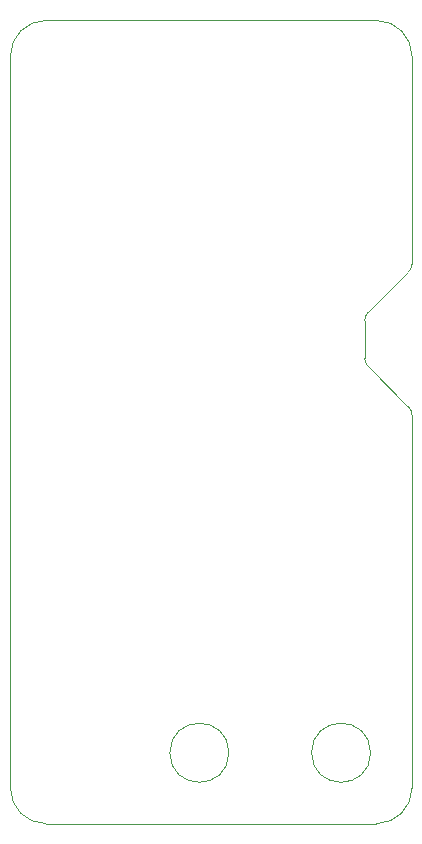
<source format=gm1>
%TF.GenerationSoftware,KiCad,Pcbnew,8.99.0-3110-g1838b2656d*%
%TF.CreationDate,2024-11-19T22:26:20+01:00*%
%TF.ProjectId,dmm_sao,646d6d5f-7361-46f2-9e6b-696361645f70,1.1*%
%TF.SameCoordinates,PX4f27ac0PY3ef1480*%
%TF.FileFunction,Profile,NP*%
%FSLAX46Y46*%
G04 Gerber Fmt 4.6, Leading zero omitted, Abs format (unit mm)*
G04 Created by KiCad (PCBNEW 8.99.0-3110-g1838b2656d) date 2024-11-19 22:26:20*
%MOMM*%
%LPD*%
G01*
G04 APERTURE LIST*
%TA.AperFunction,Profile*%
%ADD10C,0.050000*%
%TD*%
G04 APERTURE END LIST*
D10*
X34000000Y-20585786D02*
G75*
G02*
X33707093Y-21292879I-999900J-14D01*
G01*
X34000000Y-33414214D02*
X34000000Y-65000000D01*
X0Y-3000000D02*
G75*
G02*
X3000000Y0I3000000J0D01*
G01*
X30500000Y-62000000D02*
G75*
G02*
X25500000Y-62000000I-2500000J1D01*
G01*
X34000000Y-65000000D02*
G75*
G02*
X31000000Y-68000000I-3000000J0D01*
G01*
X30292893Y-24707107D02*
X33707107Y-21292893D01*
X25500000Y-62000000D02*
G75*
G02*
X30500000Y-62000000I2500000J0D01*
G01*
X31000000Y-68000000D02*
X3000000Y-68000000D01*
X3000000Y0D02*
X31000000Y0D01*
X3000000Y-68000000D02*
G75*
G02*
X0Y-65000000I0J3000000D01*
G01*
X13500000Y-62000000D02*
G75*
G02*
X18500000Y-62000000I2500000J0D01*
G01*
X31000000Y0D02*
G75*
G02*
X34000000Y-3000000I0J-3000000D01*
G01*
X18500000Y-62000000D02*
G75*
G02*
X13500000Y-62000000I-2500000J1D01*
G01*
X30000000Y-25414214D02*
G75*
G02*
X30292907Y-24707121I999900J14D01*
G01*
X30000000Y-28585786D02*
X30000000Y-25414214D01*
X33707107Y-32707107D02*
X30292893Y-29292893D01*
X0Y-65000000D02*
X0Y-3000000D01*
X34000000Y-20585786D02*
X34000000Y-3000000D01*
X33707107Y-32707107D02*
G75*
G02*
X33999961Y-33414214I-707207J-707093D01*
G01*
X30292893Y-29292893D02*
G75*
G02*
X30000039Y-28585786I707207J707093D01*
G01*
M02*

</source>
